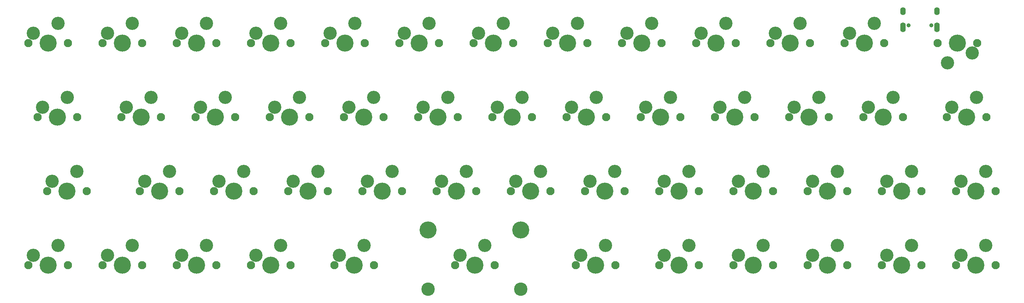
<source format=gts>
%TF.GenerationSoftware,KiCad,Pcbnew,(5.1.5)-3*%
%TF.CreationDate,2020-03-30T21:53:17+02:00*%
%TF.ProjectId,UT51,55543531-2e6b-4696-9361-645f70636258,rev?*%
%TF.SameCoordinates,Original*%
%TF.FileFunction,Soldermask,Top*%
%TF.FilePolarity,Negative*%
%FSLAX46Y46*%
G04 Gerber Fmt 4.6, Leading zero omitted, Abs format (unit mm)*
G04 Created by KiCad (PCBNEW (5.1.5)-3) date 2020-03-30 21:53:17*
%MOMM*%
%LPD*%
G04 APERTURE LIST*
%ADD10C,3.448000*%
%ADD11C,4.387800*%
%ADD12C,2.101800*%
%ADD13C,3.400000*%
%ADD14O,1.400000X2.500000*%
%ADD15C,1.050000*%
%ADD16O,1.400000X2.000000*%
G04 APERTURE END LIST*
D10*
X162600000Y-104540050D03*
X138800000Y-104540050D03*
D11*
X162600000Y-89300050D03*
X138800000Y-89300050D03*
D12*
X245745000Y-41275000D03*
X255905000Y-41275000D03*
D11*
X250825000Y-41275000D03*
D13*
X247015000Y-38735000D03*
X253365000Y-36195000D03*
D12*
X231457500Y-60325000D03*
X241617500Y-60325000D03*
D11*
X236537500Y-60325000D03*
D13*
X232727500Y-57785000D03*
X239077500Y-55245000D03*
D12*
X279717500Y-41275000D03*
X269557500Y-41275000D03*
D11*
X274637500Y-41275000D03*
D13*
X278447500Y-43815000D03*
X272097500Y-46355000D03*
D12*
X38576250Y-60325000D03*
X48736250Y-60325000D03*
D11*
X43656250Y-60325000D03*
D13*
X39846250Y-57785000D03*
X46196250Y-55245000D03*
D12*
X60007500Y-60325000D03*
X70167500Y-60325000D03*
D11*
X65087500Y-60325000D03*
D13*
X61277500Y-57785000D03*
X67627500Y-55245000D03*
D12*
X55245000Y-41275000D03*
X65405000Y-41275000D03*
D11*
X60325000Y-41275000D03*
D13*
X56515000Y-38735000D03*
X62865000Y-36195000D03*
D12*
X36195000Y-41275000D03*
X46355000Y-41275000D03*
D11*
X41275000Y-41275000D03*
D13*
X37465000Y-38735000D03*
X43815000Y-36195000D03*
D14*
X269383399Y-37180000D03*
X260743399Y-37180000D03*
D15*
X262173399Y-36650000D03*
D16*
X260743399Y-33000000D03*
D15*
X267953399Y-36650000D03*
D16*
X269383399Y-33000000D03*
D12*
X274320000Y-98425000D03*
X284480000Y-98425000D03*
D11*
X279400000Y-98425000D03*
D13*
X275590000Y-95885000D03*
X281940000Y-93345000D03*
D12*
X271938750Y-60325000D03*
X282098750Y-60325000D03*
D11*
X277018750Y-60325000D03*
D13*
X273208750Y-57785000D03*
X279558750Y-55245000D03*
D12*
X274320000Y-79375000D03*
X284480000Y-79375000D03*
D11*
X279400000Y-79375000D03*
D13*
X275590000Y-76835000D03*
X281940000Y-74295000D03*
D12*
X255270000Y-98425000D03*
X265430000Y-98425000D03*
D11*
X260350000Y-98425000D03*
D13*
X256540000Y-95885000D03*
X262890000Y-93345000D03*
D12*
X236220000Y-98425000D03*
X246380000Y-98425000D03*
D11*
X241300000Y-98425000D03*
D13*
X237490000Y-95885000D03*
X243840000Y-93345000D03*
D12*
X217170000Y-98425000D03*
X227330000Y-98425000D03*
D11*
X222250000Y-98425000D03*
D13*
X218440000Y-95885000D03*
X224790000Y-93345000D03*
D12*
X198120000Y-98425000D03*
X208280000Y-98425000D03*
D11*
X203200000Y-98425000D03*
D13*
X199390000Y-95885000D03*
X205740000Y-93345000D03*
D12*
X176688750Y-98425000D03*
X186848750Y-98425000D03*
D11*
X181768750Y-98425000D03*
D13*
X177958750Y-95885000D03*
X184308750Y-93345000D03*
D12*
X145732500Y-98425000D03*
X155892500Y-98425000D03*
D11*
X150812500Y-98425000D03*
D13*
X147002500Y-95885000D03*
X153352500Y-93345000D03*
D12*
X114776250Y-98425000D03*
X124936250Y-98425000D03*
D11*
X119856250Y-98425000D03*
D13*
X116046250Y-95885000D03*
X122396250Y-93345000D03*
D12*
X93345000Y-98425000D03*
X103505000Y-98425000D03*
D11*
X98425000Y-98425000D03*
D13*
X94615000Y-95885000D03*
X100965000Y-93345000D03*
D12*
X74295000Y-98425000D03*
X84455000Y-98425000D03*
D11*
X79375000Y-98425000D03*
D13*
X75565000Y-95885000D03*
X81915000Y-93345000D03*
D12*
X55245000Y-98425000D03*
X65405000Y-98425000D03*
D11*
X60325000Y-98425000D03*
D13*
X56515000Y-95885000D03*
X62865000Y-93345000D03*
D12*
X36195000Y-98425000D03*
X46355000Y-98425000D03*
D11*
X41275000Y-98425000D03*
D13*
X37465000Y-95885000D03*
X43815000Y-93345000D03*
D12*
X255270000Y-79375000D03*
X265430000Y-79375000D03*
D11*
X260350000Y-79375000D03*
D13*
X256540000Y-76835000D03*
X262890000Y-74295000D03*
D12*
X236220000Y-79375000D03*
X246380000Y-79375000D03*
D11*
X241300000Y-79375000D03*
D13*
X237490000Y-76835000D03*
X243840000Y-74295000D03*
D12*
X217170000Y-79375000D03*
X227330000Y-79375000D03*
D11*
X222250000Y-79375000D03*
D13*
X218440000Y-76835000D03*
X224790000Y-74295000D03*
D12*
X198120000Y-79375000D03*
X208280000Y-79375000D03*
D11*
X203200000Y-79375000D03*
D13*
X199390000Y-76835000D03*
X205740000Y-74295000D03*
D12*
X179070000Y-79375000D03*
X189230000Y-79375000D03*
D11*
X184150000Y-79375000D03*
D13*
X180340000Y-76835000D03*
X186690000Y-74295000D03*
D12*
X160020000Y-79375000D03*
X170180000Y-79375000D03*
D11*
X165100000Y-79375000D03*
D13*
X161290000Y-76835000D03*
X167640000Y-74295000D03*
D12*
X140970000Y-79375000D03*
X151130000Y-79375000D03*
D11*
X146050000Y-79375000D03*
D13*
X142240000Y-76835000D03*
X148590000Y-74295000D03*
D12*
X121920000Y-79375000D03*
X132080000Y-79375000D03*
D11*
X127000000Y-79375000D03*
D13*
X123190000Y-76835000D03*
X129540000Y-74295000D03*
D12*
X102870000Y-79375000D03*
X113030000Y-79375000D03*
D11*
X107950000Y-79375000D03*
D13*
X104140000Y-76835000D03*
X110490000Y-74295000D03*
D12*
X83820000Y-79375000D03*
X93980000Y-79375000D03*
D11*
X88900000Y-79375000D03*
D13*
X85090000Y-76835000D03*
X91440000Y-74295000D03*
D12*
X64770000Y-79375000D03*
X74930000Y-79375000D03*
D11*
X69850000Y-79375000D03*
D13*
X66040000Y-76835000D03*
X72390000Y-74295000D03*
D12*
X40957500Y-79375000D03*
X51117500Y-79375000D03*
D11*
X46037500Y-79375000D03*
D13*
X42227500Y-76835000D03*
X48577500Y-74295000D03*
D12*
X250507500Y-60325000D03*
X260667500Y-60325000D03*
D11*
X255587500Y-60325000D03*
D13*
X251777500Y-57785000D03*
X258127500Y-55245000D03*
D12*
X212407500Y-60325000D03*
X222567500Y-60325000D03*
D11*
X217487500Y-60325000D03*
D13*
X213677500Y-57785000D03*
X220027500Y-55245000D03*
D12*
X193357500Y-60325000D03*
X203517500Y-60325000D03*
D11*
X198437500Y-60325000D03*
D13*
X194627500Y-57785000D03*
X200977500Y-55245000D03*
D12*
X174307500Y-60325000D03*
X184467500Y-60325000D03*
D11*
X179387500Y-60325000D03*
D13*
X175577500Y-57785000D03*
X181927500Y-55245000D03*
D12*
X155257500Y-60325000D03*
X165417500Y-60325000D03*
D11*
X160337500Y-60325000D03*
D13*
X156527500Y-57785000D03*
X162877500Y-55245000D03*
D12*
X136207500Y-60325000D03*
X146367500Y-60325000D03*
D11*
X141287500Y-60325000D03*
D13*
X137477500Y-57785000D03*
X143827500Y-55245000D03*
D12*
X117157500Y-60325000D03*
X127317500Y-60325000D03*
D11*
X122237500Y-60325000D03*
D13*
X118427500Y-57785000D03*
X124777500Y-55245000D03*
D12*
X98107500Y-60325000D03*
X108267500Y-60325000D03*
D11*
X103187500Y-60325000D03*
D13*
X99377500Y-57785000D03*
X105727500Y-55245000D03*
D12*
X79057500Y-60325000D03*
X89217500Y-60325000D03*
D11*
X84137500Y-60325000D03*
D13*
X80327500Y-57785000D03*
X86677500Y-55245000D03*
D12*
X226695000Y-41275000D03*
X236855000Y-41275000D03*
D11*
X231775000Y-41275000D03*
D13*
X227965000Y-38735000D03*
X234315000Y-36195000D03*
D12*
X207645000Y-41275000D03*
X217805000Y-41275000D03*
D11*
X212725000Y-41275000D03*
D13*
X208915000Y-38735000D03*
X215265000Y-36195000D03*
D12*
X188595000Y-41275000D03*
X198755000Y-41275000D03*
D11*
X193675000Y-41275000D03*
D13*
X189865000Y-38735000D03*
X196215000Y-36195000D03*
D12*
X169545000Y-41275000D03*
X179705000Y-41275000D03*
D11*
X174625000Y-41275000D03*
D13*
X170815000Y-38735000D03*
X177165000Y-36195000D03*
D12*
X150495000Y-41275000D03*
X160655000Y-41275000D03*
D11*
X155575000Y-41275000D03*
D13*
X151765000Y-38735000D03*
X158115000Y-36195000D03*
D12*
X131445000Y-41275000D03*
X141605000Y-41275000D03*
D11*
X136525000Y-41275000D03*
D13*
X132715000Y-38735000D03*
X139065000Y-36195000D03*
D12*
X112395000Y-41275000D03*
X122555000Y-41275000D03*
D11*
X117475000Y-41275000D03*
D13*
X113665000Y-38735000D03*
X120015000Y-36195000D03*
D12*
X93345000Y-41275000D03*
X103505000Y-41275000D03*
D11*
X98425000Y-41275000D03*
D13*
X94615000Y-38735000D03*
X100965000Y-36195000D03*
D12*
X74295000Y-41275000D03*
X84455000Y-41275000D03*
D11*
X79375000Y-41275000D03*
D13*
X75565000Y-38735000D03*
X81915000Y-36195000D03*
M02*

</source>
